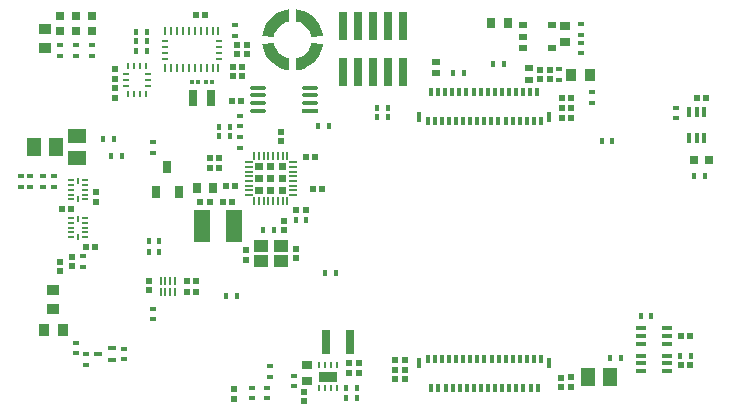
<source format=gtp>
G04*
G04 #@! TF.GenerationSoftware,Altium Limited,Altium Designer,23.8.1 (32)*
G04*
G04 Layer_Color=8421504*
%FSLAX44Y44*%
%MOMM*%
G71*
G04*
G04 #@! TF.SameCoordinates,734B7F2F-E986-4DD8-8F6E-206143954E38*
G04*
G04*
G04 #@! TF.FilePolarity,Positive*
G04*
G01*
G75*
%ADD18R,0.5500X0.4500*%
%ADD19R,0.5500X0.6000*%
%ADD20R,0.5200X0.5200*%
%ADD21R,0.5200X0.5200*%
G04:AMPARAMS|DCode=22|XSize=0.2mm|YSize=0.7mm|CornerRadius=0.036mm|HoleSize=0mm|Usage=FLASHONLY|Rotation=180.000|XOffset=0mm|YOffset=0mm|HoleType=Round|Shape=RoundedRectangle|*
%AMROUNDEDRECTD22*
21,1,0.2000,0.6280,0,0,180.0*
21,1,0.1280,0.7000,0,0,180.0*
1,1,0.0720,-0.0640,0.3140*
1,1,0.0720,0.0640,0.3140*
1,1,0.0720,0.0640,-0.3140*
1,1,0.0720,-0.0640,-0.3140*
%
%ADD22ROUNDEDRECTD22*%
%ADD23R,0.2000X0.5000*%
%ADD24R,0.5000X0.2000*%
%ADD25R,0.4750X0.2500*%
%ADD26R,0.2500X0.4750*%
%ADD27R,0.5750X0.2500*%
%ADD28R,0.2500X0.6750*%
%ADD29R,0.4500X0.5500*%
%ADD30R,0.7500X1.4000*%
%ADD31R,0.3600X0.3200*%
%ADD32R,0.8000X2.0000*%
%ADD33R,0.2800X0.5000*%
%ADD34R,1.6000X0.9000*%
%ADD35R,0.9000X0.7000*%
%ADD36R,0.9000X1.0000*%
%ADD37R,0.7000X0.9000*%
%ADD38R,1.3000X1.5000*%
%ADD39R,0.6500X1.1000*%
%ADD40R,1.3900X2.7200*%
%ADD41O,0.7000X0.2000*%
%ADD42O,0.2000X0.7000*%
%ADD43R,1.2000X1.0000*%
%ADD44R,0.8000X0.5500*%
%ADD45R,0.3000X0.6500*%
%ADD46R,0.4000X0.9500*%
%ADD47R,0.9000X0.4000*%
%ADD48R,0.4000X0.9000*%
%ADD49R,1.0000X0.9000*%
%ADD50R,0.7100X0.3000*%
%ADD51R,0.8000X0.8000*%
%ADD52R,0.6500X0.5500*%
%ADD53R,1.5000X1.3000*%
%ADD54O,1.4000X0.3500*%
%ADD55R,1.4000X0.3500*%
%ADD56R,0.8000X0.8000*%
%ADD57R,0.7600X2.4000*%
G36*
X243300Y196507D02*
X237300Y196507D01*
Y202507D01*
X243300D01*
Y196507D01*
D02*
G37*
G36*
X233300Y196507D02*
X227300D01*
Y202507D01*
X233300D01*
Y196507D01*
D02*
G37*
G36*
X223300D02*
X217300Y196507D01*
Y202507D01*
X223300D01*
Y196507D01*
D02*
G37*
G36*
X243300Y186507D02*
X237300D01*
Y192507D01*
X243300Y192507D01*
X243300Y186507D01*
D02*
G37*
G36*
X233300D02*
X227300D01*
Y192507D01*
X233300D01*
X233300Y186507D01*
D02*
G37*
G36*
X223300D02*
X217300D01*
X217300Y192507D01*
X223300D01*
X223300Y186507D01*
D02*
G37*
G36*
X254173Y342533D02*
X258316Y341306D01*
X262199Y339412D01*
X265717Y336902D01*
X268772Y333847D01*
X271282Y330329D01*
X273176Y326446D01*
X274403Y322303D01*
X274666Y320159D01*
X264617Y319768D01*
Y319768D01*
X264359Y320962D01*
X263574Y323274D01*
X262447Y325439D01*
X261004Y327408D01*
X259278Y329134D01*
X257309Y330577D01*
X255144Y331704D01*
X252832Y332489D01*
X251638Y332747D01*
X252029Y342796D01*
X254173Y342533D01*
D02*
G37*
G36*
X246082Y332747D02*
X244888Y332489D01*
X242576Y331704D01*
X240411Y330577D01*
X238442Y329134D01*
X236716Y327408D01*
X235273Y325439D01*
X234146Y323274D01*
X233361Y320962D01*
X233103Y319768D01*
X223054Y320159D01*
X223054D01*
X223317Y322303D01*
X224544Y326446D01*
X226438Y330329D01*
X228948Y333847D01*
X232003Y336902D01*
X235521Y339412D01*
X239404Y341306D01*
X243547Y342533D01*
X245691Y342796D01*
X246082Y332747D01*
D02*
G37*
G36*
X274666Y313821D02*
Y313821D01*
X274403Y311677D01*
X273176Y307534D01*
X271282Y303650D01*
X268772Y300133D01*
X265717Y297078D01*
X262199Y294568D01*
X258316Y292674D01*
X254173Y291447D01*
X252029Y291184D01*
X251638Y301233D01*
X251638D01*
X251638Y301233D01*
Y301233D01*
X252832Y301491D01*
X255144Y302276D01*
X257309Y303403D01*
X259278Y304846D01*
X261004Y306572D01*
X262447Y308541D01*
X263574Y310706D01*
X264359Y313018D01*
X264617Y314212D01*
X274666Y313821D01*
D02*
G37*
G36*
X233103Y314212D02*
X233361Y313018D01*
X234146Y310706D01*
X235273Y308541D01*
X236716Y306572D01*
X238442Y304846D01*
X240411Y303403D01*
X242576Y302276D01*
X244888Y301491D01*
X246082Y301233D01*
X245691Y291184D01*
X245691Y291184D01*
X243547Y291447D01*
X239404Y292674D01*
X235521Y294568D01*
X232003Y297078D01*
X228948Y300133D01*
X226438Y303650D01*
X224544Y307534D01*
X223317Y311677D01*
X223054Y313821D01*
X233103Y314212D01*
D01*
X233103D01*
X233103D01*
D02*
G37*
G36*
X233300Y206507D02*
X227300D01*
Y212507D01*
X233300D01*
X233300Y206507D01*
D02*
G37*
G36*
X243300Y206507D02*
X237300Y206507D01*
Y212507D01*
X243300D01*
X243300Y206507D01*
D02*
G37*
G36*
X223300Y206507D02*
X217300Y206507D01*
Y212507D01*
X223300D01*
X223300Y206507D01*
D02*
G37*
D18*
X227330Y13500D02*
D03*
Y22500D02*
D03*
X214000Y13500D02*
D03*
Y22500D02*
D03*
X131000Y89500D02*
D03*
Y80500D02*
D03*
X200000Y320500D02*
D03*
X200000Y329500D02*
D03*
X474218Y292363D02*
D03*
Y283363D02*
D03*
X502000Y263500D02*
D03*
Y272500D02*
D03*
X249682Y32638D02*
D03*
X249682Y23638D02*
D03*
X46482Y201350D02*
D03*
Y192350D02*
D03*
X37846Y201350D02*
D03*
Y192350D02*
D03*
X18542D02*
D03*
Y201350D02*
D03*
X26670Y192350D02*
D03*
Y201350D02*
D03*
X131000Y230458D02*
D03*
Y221458D02*
D03*
X204000Y243912D02*
D03*
Y252912D02*
D03*
Y234500D02*
D03*
X204000Y225500D02*
D03*
X65743Y312624D02*
D03*
Y303624D02*
D03*
X52152Y303705D02*
D03*
Y312705D02*
D03*
X78822Y303705D02*
D03*
Y312705D02*
D03*
X74000Y50953D02*
D03*
Y41953D02*
D03*
X65000Y60500D02*
D03*
Y51500D02*
D03*
X105792Y46453D02*
D03*
X105792Y55453D02*
D03*
X492760Y330500D02*
D03*
Y321500D02*
D03*
X71628Y125004D02*
D03*
X71628Y134004D02*
D03*
X229990Y31822D02*
D03*
Y40822D02*
D03*
X492760Y305683D02*
D03*
Y314683D02*
D03*
X573024Y259500D02*
D03*
Y250500D02*
D03*
D19*
X199000Y12750D02*
D03*
Y21250D02*
D03*
D20*
X127218Y113000D02*
D03*
Y105000D02*
D03*
X202000Y304625D02*
D03*
Y312625D02*
D03*
X210000D02*
D03*
Y304625D02*
D03*
X206000Y286000D02*
D03*
Y294000D02*
D03*
X198000Y294000D02*
D03*
Y286000D02*
D03*
X98000Y268000D02*
D03*
X98000Y276000D02*
D03*
Y292000D02*
D03*
Y284000D02*
D03*
X304758Y43138D02*
D03*
Y35138D02*
D03*
X258704Y19194D02*
D03*
Y11194D02*
D03*
X296258Y43138D02*
D03*
Y35138D02*
D03*
X475938Y23078D02*
D03*
Y31078D02*
D03*
X484828Y31142D02*
D03*
Y23142D02*
D03*
X209000Y139000D02*
D03*
Y131000D02*
D03*
X239000Y239311D02*
D03*
Y231311D02*
D03*
X252064Y132332D02*
D03*
Y140332D02*
D03*
X241165Y163893D02*
D03*
Y155893D02*
D03*
X61880Y125504D02*
D03*
X61880Y133504D02*
D03*
X52000Y129000D02*
D03*
Y121000D02*
D03*
X458354Y283863D02*
D03*
X458354Y291863D02*
D03*
X466344Y291863D02*
D03*
Y283863D02*
D03*
X82365Y179896D02*
D03*
Y187896D02*
D03*
D21*
X167000Y103500D02*
D03*
X159000D02*
D03*
X159000Y113000D02*
D03*
X167000D02*
D03*
X167000Y338000D02*
D03*
X175000D02*
D03*
X205422Y265176D02*
D03*
X197422D02*
D03*
X186825Y217277D02*
D03*
X178825D02*
D03*
X186825Y208895D02*
D03*
X178825D02*
D03*
X192342Y193042D02*
D03*
X200342D02*
D03*
X178622Y179751D02*
D03*
X170623D02*
D03*
X189481Y179930D02*
D03*
X197481D02*
D03*
X274000Y191000D02*
D03*
X266000D02*
D03*
X260000Y218000D02*
D03*
X268000D02*
D03*
X259778Y172575D02*
D03*
X251778D02*
D03*
X335762Y37562D02*
D03*
X343762D02*
D03*
X335762Y29464D02*
D03*
X343762D02*
D03*
X343762Y46333D02*
D03*
X335762Y46333D02*
D03*
X476640Y259194D02*
D03*
X484640D02*
D03*
X484787Y267716D02*
D03*
X476787D02*
D03*
X484640Y250444D02*
D03*
X476640D02*
D03*
X53384Y173990D02*
D03*
X61384Y173990D02*
D03*
X577660Y66294D02*
D03*
X585660D02*
D03*
X577660Y41910D02*
D03*
X585660D02*
D03*
X591000Y268000D02*
D03*
X599000D02*
D03*
X73840Y141732D02*
D03*
X81840D02*
D03*
D22*
X149000Y112500D02*
D03*
X145000D02*
D03*
X141000D02*
D03*
X137000D02*
D03*
Y103500D02*
D03*
X141000Y103500D02*
D03*
X145000Y103500D02*
D03*
X149000D02*
D03*
D23*
X67000Y150500D02*
D03*
Y165500D02*
D03*
X67056Y182500D02*
D03*
Y197500D02*
D03*
D24*
X73000Y150000D02*
D03*
Y154000D02*
D03*
Y158000D02*
D03*
Y162000D02*
D03*
Y166000D02*
D03*
X61000Y150000D02*
D03*
Y154000D02*
D03*
Y158000D02*
D03*
Y162000D02*
D03*
Y166000D02*
D03*
X73056Y194000D02*
D03*
Y186000D02*
D03*
Y190000D02*
D03*
Y198000D02*
D03*
Y182000D02*
D03*
X61056D02*
D03*
Y186000D02*
D03*
Y190000D02*
D03*
Y194000D02*
D03*
Y198000D02*
D03*
D25*
X107875Y278000D02*
D03*
Y288000D02*
D03*
Y283000D02*
D03*
X126125Y278000D02*
D03*
Y288000D02*
D03*
Y283000D02*
D03*
D26*
X124500Y271375D02*
D03*
X109500D02*
D03*
X114500D02*
D03*
X119500D02*
D03*
X124500Y294625D02*
D03*
X109500D02*
D03*
X114500D02*
D03*
X119500D02*
D03*
D27*
X186625Y316125D02*
D03*
X186625Y311125D02*
D03*
Y306125D02*
D03*
X186625Y301125D02*
D03*
X140375D02*
D03*
Y306125D02*
D03*
Y311125D02*
D03*
Y316125D02*
D03*
D28*
X141000Y324250D02*
D03*
X146000D02*
D03*
X151000D02*
D03*
X156000D02*
D03*
X161000D02*
D03*
X166000D02*
D03*
X171000D02*
D03*
X176000D02*
D03*
X181000D02*
D03*
X186000D02*
D03*
X181000Y293000D02*
D03*
X176000D02*
D03*
X171000D02*
D03*
X166000D02*
D03*
X161000D02*
D03*
X156000D02*
D03*
X151000D02*
D03*
X146000D02*
D03*
X141000D02*
D03*
X186000D02*
D03*
D29*
X125495Y307895D02*
D03*
X116495D02*
D03*
X116500Y324000D02*
D03*
X125500Y324000D02*
D03*
X116495Y315932D02*
D03*
X125495D02*
D03*
X329264Y259588D02*
D03*
X320264D02*
D03*
X329264Y251842D02*
D03*
X320264D02*
D03*
X303056Y14018D02*
D03*
X294056D02*
D03*
Y22478D02*
D03*
X303056D02*
D03*
X393537Y288624D02*
D03*
X384538D02*
D03*
X276500Y120000D02*
D03*
X285500D02*
D03*
X195500Y235311D02*
D03*
X186500D02*
D03*
X195500Y243439D02*
D03*
X186500Y243439D02*
D03*
X232800Y155893D02*
D03*
X223800D02*
D03*
X260278Y164592D02*
D03*
X251278D02*
D03*
X126884Y147085D02*
D03*
X135884D02*
D03*
X135884Y137074D02*
D03*
X126884D02*
D03*
X192500Y100000D02*
D03*
X201500D02*
D03*
X427582Y296602D02*
D03*
X418582D02*
D03*
X519500Y231648D02*
D03*
X510500D02*
D03*
X270500Y243840D02*
D03*
X279500D02*
D03*
X104322Y218458D02*
D03*
X95322D02*
D03*
X517470Y47498D02*
D03*
X526470D02*
D03*
X543632Y82804D02*
D03*
X552632D02*
D03*
X586160Y49680D02*
D03*
X577160D02*
D03*
X88210Y233172D02*
D03*
X97210D02*
D03*
X597722Y201714D02*
D03*
X588722D02*
D03*
D30*
X164700Y268000D02*
D03*
X179300D02*
D03*
D31*
X180785Y281051D02*
D03*
X175185D02*
D03*
X163200Y281000D02*
D03*
X168800Y281000D02*
D03*
D32*
X276988Y61008D02*
D03*
X296988D02*
D03*
D33*
X286508Y41452D02*
D03*
X281508D02*
D03*
X276508D02*
D03*
X271508D02*
D03*
X286508Y22452D02*
D03*
X281508Y22452D02*
D03*
X276508D02*
D03*
X271508Y22452D02*
D03*
D34*
X279008Y31953D02*
D03*
D35*
X260758Y28138D02*
D03*
Y42138D02*
D03*
X479291Y329148D02*
D03*
X479291Y315148D02*
D03*
D36*
X54228Y71120D02*
D03*
X38228D02*
D03*
X484760Y287020D02*
D03*
X500760D02*
D03*
D37*
X167443Y191425D02*
D03*
X181443D02*
D03*
X431000Y331000D02*
D03*
X417000D02*
D03*
D38*
X498500Y31142D02*
D03*
X517500Y31142D02*
D03*
X29616Y226412D02*
D03*
X48616D02*
D03*
D39*
X142730Y209500D02*
D03*
X152330Y188500D02*
D03*
X133130D02*
D03*
D40*
X171709Y159316D02*
D03*
X199009D02*
D03*
D41*
X249050Y185507D02*
D03*
X249050Y189507D02*
D03*
X249050Y193507D02*
D03*
X249050Y197507D02*
D03*
Y201507D02*
D03*
Y205507D02*
D03*
Y209507D02*
D03*
Y213507D02*
D03*
X211550D02*
D03*
X211550Y209507D02*
D03*
X211550Y205507D02*
D03*
X211550Y201507D02*
D03*
Y197507D02*
D03*
X211550Y193507D02*
D03*
Y189507D02*
D03*
Y185507D02*
D03*
D42*
X244300Y218257D02*
D03*
X240300D02*
D03*
X236300D02*
D03*
X232300D02*
D03*
X228300D02*
D03*
X224300D02*
D03*
X220300D02*
D03*
X216300D02*
D03*
Y180757D02*
D03*
X220300D02*
D03*
X224300D02*
D03*
X228300D02*
D03*
X232300D02*
D03*
X236300D02*
D03*
X240300D02*
D03*
X244300D02*
D03*
D43*
X221800Y129427D02*
D03*
X238800Y142427D02*
D03*
X221800D02*
D03*
X238800Y129427D02*
D03*
D44*
X468039Y329336D02*
D03*
Y310336D02*
D03*
X444039D02*
D03*
X444039Y319836D02*
D03*
X444039Y329336D02*
D03*
D45*
X459200Y47067D02*
D03*
X456275Y22567D02*
D03*
X453200Y47067D02*
D03*
X447200D02*
D03*
X441200D02*
D03*
X435200D02*
D03*
X429200D02*
D03*
X423200D02*
D03*
X417200D02*
D03*
X411200D02*
D03*
X405200D02*
D03*
X399200D02*
D03*
X393200D02*
D03*
X387200D02*
D03*
X381200D02*
D03*
X375200D02*
D03*
X369200D02*
D03*
X363200D02*
D03*
X450275Y22567D02*
D03*
X444275D02*
D03*
X438275D02*
D03*
X432275D02*
D03*
X426275D02*
D03*
X420275D02*
D03*
X414275D02*
D03*
X408275D02*
D03*
X402275D02*
D03*
X396275D02*
D03*
X390275D02*
D03*
X384275D02*
D03*
X378275D02*
D03*
X372275D02*
D03*
X366275D02*
D03*
X363082Y248342D02*
D03*
X366007Y272842D02*
D03*
X369082Y248342D02*
D03*
X375082D02*
D03*
X381082D02*
D03*
X387082D02*
D03*
X393082D02*
D03*
X399082D02*
D03*
X405082D02*
D03*
X411082D02*
D03*
X417082D02*
D03*
X423082D02*
D03*
X429082D02*
D03*
X435082D02*
D03*
X441082D02*
D03*
X447082D02*
D03*
X453082D02*
D03*
X459082D02*
D03*
X372007Y272842D02*
D03*
X378007D02*
D03*
X384007D02*
D03*
X390007D02*
D03*
X396007D02*
D03*
X402007D02*
D03*
X408007D02*
D03*
X414007D02*
D03*
X420007D02*
D03*
X426007D02*
D03*
X432007D02*
D03*
X438007D02*
D03*
X444007D02*
D03*
X450007D02*
D03*
X456007D02*
D03*
D46*
X356200Y43567D02*
D03*
X466200D02*
D03*
X466082Y251842D02*
D03*
X356082D02*
D03*
D47*
X566068Y72794D02*
D03*
Y66294D02*
D03*
Y59794D02*
D03*
X544068D02*
D03*
Y66294D02*
D03*
Y72794D02*
D03*
X566068Y49680D02*
D03*
Y43180D02*
D03*
Y36680D02*
D03*
X544068D02*
D03*
Y43180D02*
D03*
Y49680D02*
D03*
D48*
X584500Y256000D02*
D03*
X591000Y256000D02*
D03*
X597500Y256000D02*
D03*
Y234000D02*
D03*
X591000Y234000D02*
D03*
X584500Y234000D02*
D03*
D49*
X46228Y105000D02*
D03*
Y89000D02*
D03*
X39000Y310000D02*
D03*
X39000Y326000D02*
D03*
D50*
X83709Y50953D02*
D03*
X95909Y55953D02*
D03*
Y45953D02*
D03*
D51*
X78822Y324442D02*
D03*
X78822Y336942D02*
D03*
X52152Y324361D02*
D03*
X52152Y336861D02*
D03*
X65743Y336861D02*
D03*
X65743Y324361D02*
D03*
D52*
X448991Y282863D02*
D03*
X448991Y292863D02*
D03*
X370078Y288624D02*
D03*
Y298624D02*
D03*
D53*
X66283Y216912D02*
D03*
Y235912D02*
D03*
D54*
X219300Y276450D02*
D03*
X219300Y269950D02*
D03*
Y256950D02*
D03*
X219300Y263450D02*
D03*
X263300Y276450D02*
D03*
X263300Y269950D02*
D03*
X263300Y263450D02*
D03*
D55*
X263300Y256950D02*
D03*
D56*
X601250Y215000D02*
D03*
X588750Y215000D02*
D03*
D57*
X341884Y328618D02*
D03*
X329184D02*
D03*
X316484D02*
D03*
X303784D02*
D03*
X291084D02*
D03*
X341884Y289618D02*
D03*
X329184Y289618D02*
D03*
X316484D02*
D03*
X303784D02*
D03*
X291084D02*
D03*
M02*

</source>
